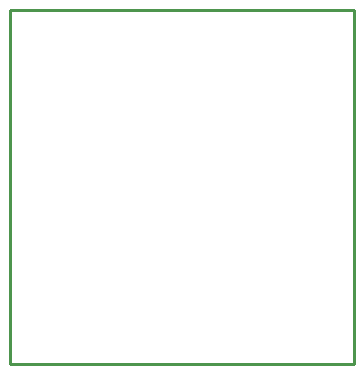
<source format=gko>
G04*
G04 #@! TF.GenerationSoftware,Altium Limited,Altium Designer,22.3.1 (43)*
G04*
G04 Layer_Color=16711935*
%FSLAX25Y25*%
%MOIN*%
G70*
G04*
G04 #@! TF.SameCoordinates,B0CD7CAE-3E36-43F7-B439-C09FFECED3EA*
G04*
G04*
G04 #@! TF.FilePolarity,Positive*
G04*
G01*
G75*
%ADD27C,0.01000*%
D27*
X0Y0D02*
Y117815D01*
X114567D01*
X114567Y0D01*
X0D02*
X114567D01*
M02*

</source>
